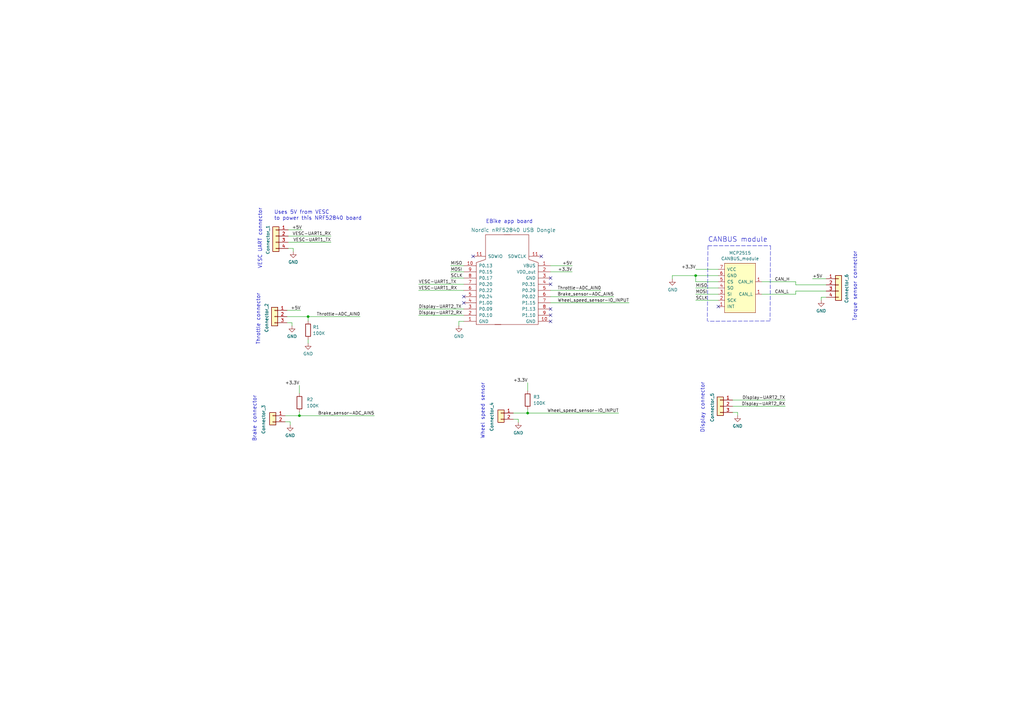
<source format=kicad_sch>
(kicad_sch (version 20211123) (generator eeschema)
  (paper "A3")
  (lib_symbols
    (symbol "Connector_Generic:Conn_01x02" (pin_names (offset 1.016) hide)
      (property "Reference" "J" (at 0 2.54 0))
      (property "Value" "Conn_01x02" (at 0 -5.08 0))
      (symbol "Conn_01x02_1_1"
        (rectangle (start -1.27 -2.413) (end 0 -2.667) (stroke (width 0.1524)))
        (rectangle (start -1.27 0.127) (end 0 -0.127) (stroke (width 0.1524)))
        (rectangle (start -1.27 1.27) (end 1.27 -3.81) (stroke (width 0.254)) (fill (type background)))
        (pin passive line (at -5.08 0 0) (length 3.81) (name "Pin_1") (number "1"))
        (pin passive line (at -5.08 -2.54 0) (length 3.81) (name "Pin_2") (number "2"))
      )
    )
    (symbol "Connector_Generic:Conn_01x03" (pin_names (offset 1.016) hide)
      (property "Reference" "J" (at 0 5.08 0))
      (property "Value" "Conn_01x03" (at 0 -5.08 0))
      (symbol "Conn_01x03_1_1"
        (rectangle (start -1.27 -2.413) (end 0 -2.667) (stroke (width 0.1524)))
        (rectangle (start -1.27 0.127) (end 0 -0.127) (stroke (width 0.1524)))
        (rectangle (start -1.27 2.667) (end 0 2.413) (stroke (width 0.1524)))
        (rectangle (start -1.27 3.81) (end 1.27 -3.81) (stroke (width 0.254)) (fill (type background)))
        (pin passive line (at -5.08 2.54 0) (length 3.81) (name "Pin_1") (number "1"))
        (pin passive line (at -5.08 0 0) (length 3.81) (name "Pin_2") (number "2"))
        (pin passive line (at -5.08 -2.54 0) (length 3.81) (name "Pin_3") (number "3"))
      )
    )
    (symbol "Connector_Generic:Conn_01x04" (pin_names (offset 1.016) hide)
      (property "Reference" "J" (at 0 5.08 0))
      (property "Value" "Conn_01x04" (at 0 -7.62 0))
      (symbol "Conn_01x04_1_1"
        (rectangle (start -1.27 -4.953) (end 0 -5.207) (stroke (width 0.1524)))
        (rectangle (start -1.27 -2.413) (end 0 -2.667) (stroke (width 0.1524)))
        (rectangle (start -1.27 0.127) (end 0 -0.127) (stroke (width 0.1524)))
        (rectangle (start -1.27 2.667) (end 0 2.413) (stroke (width 0.1524)))
        (rectangle (start -1.27 3.81) (end 1.27 -6.35) (stroke (width 0.254)) (fill (type background)))
        (pin passive line (at -5.08 2.54 0) (length 3.81) (name "Pin_1") (number "1"))
        (pin passive line (at -5.08 0 0) (length 3.81) (name "Pin_2") (number "2"))
        (pin passive line (at -5.08 -2.54 0) (length 3.81) (name "Pin_3") (number "3"))
        (pin passive line (at -5.08 -5.08 0) (length 3.81) (name "Pin_4") (number "4"))
      )
    )
    (symbol "Device:R" (pin_numbers hide) (pin_names (offset 0))
      (property "Reference" "R" (at 2.032 0 90))
      (property "Value" "R" (at 0 0 90))
      (symbol "R_0_1"
        (rectangle (start -1.016 -2.54) (end 1.016 2.54) (stroke (width 0.254)))
      )
      (symbol "R_1_1"
        (pin passive line (at 0 3.81 270) (length 1.27) (name "~") (number "1"))
        (pin passive line (at 0 -3.81 90) (length 1.27) (name "~") (number "2"))
      )
    )
    (symbol "power:GND" (power) (pin_names (offset 0))
      (property "Value" "GND" (at 0 -3.81 0))
      (symbol "GND_0_1"
        (polyline (pts (xy 0 0) (xy 0 -1.27) (xy 1.27 -1.27) (xy 0 -2.54) (xy -1.27 -1.27) (xy 0 -1.27)))
      )
      (symbol "GND_1_1"
        (pin power_in line (at 0 0 270) (length 0) hide (name "GND") (number "1"))
      )
    )
    (symbol "schematic-OLED_SPI-Bafang_M500_M600-rescue:CANBUS_module-canbus_module_mcp2515" (pin_names (offset 1.016))
      (property "Reference" "MCP2515" (at -11.43 0 90))
      (property "Value" "CANBUS_module-canbus_module_mcp2515" (at -13.97 0 90))
      (symbol "CANBUS_module-canbus_module_mcp2515_0_1"
        (rectangle (start -10.16 6.35) (end 10.16 -6.35) (fill (type background)))
      )
      (symbol "CANBUS_module-canbus_module_mcp2515_1_1"
        (pin input line (at 2.54 -8.89 90) (length 2.54) (name "CAN_H") (number "1"))
        (pin input line (at -2.54 -8.89 90) (length 2.54) (name "CAN_L") (number "1"))
        (pin input line (at -7.62 8.89 270) (length 2.54) (name "INT") (number "1"))
        (pin input line (at -5.08 8.89 270) (length 2.54) (name "SCK") (number "2"))
        (pin input line (at -2.54 8.89 270) (length 2.54) (name "SI") (number "3"))
        (pin input line (at 0 8.89 270) (length 2.54) (name "SO") (number "4"))
        (pin input line (at 2.54 8.89 270) (length 2.54) (name "CS") (number "5"))
        (pin input line (at 5.08 8.89 270) (length 2.54) (name "GND") (number "6"))
        (pin input line (at 7.62 8.89 270) (length 2.54) (name "VCC") (number "7"))
      )
    )
    (symbol "schematic-OLED_SPI-Bafang_M500_M600-rescue:Nordic_nRF52840_USB_Dongle-Wired_remote" (pin_names (offset 1.016))
      (property "Reference" "U" (at -3.81 -2.54 0))
      (property "Value" "Nordic_nRF52840_USB_Dongle-Wired_remote" (at -1.27 -17.78 0))
      (symbol "Nordic_nRF52840_USB_Dongle-Wired_remote_0_1"
        (polyline (pts (xy -12.7 -15.24) (xy -2.54 -15.24)))
        (polyline (pts (xy -12.7 -15.24) (xy -12.7 10.16) (xy -8.89 11.43) (xy -8.89 21.59) (xy 1.27 21.59)))
        (polyline (pts (xy -5.08 -15.24) (xy 12.7 -15.24) (xy 12.7 10.16) (xy 8.89 11.43) (xy 8.89 21.59) (xy -1.27 21.59)))
      )
      (symbol "Nordic_nRF52840_USB_Dongle-Wired_remote_1_1"
        (pin bidirectional line (at -17.78 -13.97 0) (length 5.08) (name "GND") (number "1"))
        (pin power_out line (at 17.78 8.89 180) (length 5.08) (name "VBUS") (number "1"))
        (pin bidirectional line (at 17.78 -13.97 180) (length 5.08) (name "GND") (number "10"))
        (pin power_in line (at -17.78 8.89 0) (length 5.08) (name "P0.13") (number "10"))
        (pin input line (at 13.97 12.7 180) (length 5.0038) (name "SDWCLK") (number "11"))
        (pin input line (at -13.97 12.7 0) (length 5.08) (name "SDWIO") (number "11"))
        (pin bidirectional line (at -17.78 -11.43 0) (length 5.08) (name "P0.10") (number "2"))
        (pin input line (at 17.78 6.35 180) (length 5.08) (name "VDD_out") (number "2"))
        (pin input line (at 17.78 3.81 180) (length 5.08) (name "GND") (number "3"))
        (pin bidirectional line (at -17.78 -8.89 0) (length 5.08) (name "P0.09") (number "3"))
        (pin bidirectional line (at 17.78 1.27 180) (length 5.08) (name "P0.31") (number "4"))
        (pin bidirectional line (at -17.78 -6.35 0) (length 5.08) (name "P1.00") (number "4"))
        (pin bidirectional line (at -17.78 -3.81 0) (length 5.08) (name "P0.24") (number "5"))
        (pin bidirectional line (at 17.78 -1.27 180) (length 5.08) (name "P0.29") (number "5"))
        (pin bidirectional line (at 17.78 -3.81 180) (length 5.08) (name "P0.02") (number "6"))
        (pin bidirectional line (at -17.78 -1.27 0) (length 5.08) (name "P0.22") (number "6"))
        (pin bidirectional line (at -17.78 1.27 0) (length 5.08) (name "P0.20") (number "7"))
        (pin bidirectional line (at 17.78 -6.35 180) (length 5.08) (name "P1.15") (number "7"))
        (pin power_in line (at -17.78 3.81 0) (length 5.08) (name "P0.17") (number "8"))
        (pin bidirectional line (at 17.78 -8.89 180) (length 5.08) (name "P1.13") (number "8"))
        (pin power_in line (at -17.78 6.35 0) (length 5.08) (name "P0.15") (number "9"))
        (pin bidirectional line (at 17.78 -11.43 180) (length 5.08) (name "P1.10") (number "9"))
      )
    )
  )
  (junction (at 285.3182 113.03))
  (junction (at 126.365 129.8448))
  (junction (at 216.408 169.418))
  (junction (at 122.809 170.4848))
  (no_connect (at 190.246 121.666))
  (no_connect (at 221.996 105.156))
  (no_connect (at 294.64 125.73))
  (no_connect (at 194.056 105.156))
  (no_connect (at 225.806 114.046))
  (no_connect (at 225.806 129.286))
  (no_connect (at 225.806 131.826))
  (no_connect (at 225.806 126.746))
  (no_connect (at 225.806 116.586))
  (no_connect (at 190.246 124.206))
  (wire (pts (xy 210.566 169.418) (xy 216.408 169.418)))
  (wire (pts (xy 171.6786 119.126) (xy 190.246 119.126)))
  (wire (pts (xy 216.408 169.418) (xy 216.408 167.894)))
  (wire (pts (xy 275.7678 113.03) (xy 285.3182 113.03)))
  (wire (pts (xy 336.804 121.92) (xy 336.804 123.19)))
  (wire (pts (xy 294.64 120.65) (xy 285.3436 120.65)))
  (wire (pts (xy 285.3182 113.03) (xy 294.64 113.03)))
  (polyline (pts (xy 290.3728 100.7872) (xy 290.1188 131.699)))
  (wire (pts (xy 126.365 129.8448) (xy 147.701 129.8448)))
  (wire (pts (xy 225.806 121.666) (xy 251.7648 121.666)))
  (wire (pts (xy 326.39 119.38) (xy 326.39 120.65)))
  (wire (pts (xy 210.566 171.958) (xy 212.598 171.958)))
  (wire (pts (xy 118.237 96.8248) (xy 135.763 96.8248)))
  (wire (pts (xy 190.246 131.826) (xy 188.214 131.826)))
  (wire (pts (xy 117.729 132.3848) (xy 119.761 132.3848)))
  (wire (pts (xy 300.482 164.084) (xy 322.072 164.084)))
  (wire (pts (xy 285.3182 115.57) (xy 285.3182 113.03)))
  (wire (pts (xy 190.246 108.966) (xy 184.8104 108.966)))
  (wire (pts (xy 338.836 121.92) (xy 336.804 121.92)))
  (wire (pts (xy 171.704 126.746) (xy 190.246 126.746)))
  (wire (pts (xy 225.806 111.506) (xy 234.696 111.506)))
  (polyline (pts (xy 290.3728 100.7872) (xy 316.0268 100.7872)))
  (wire (pts (xy 122.809 170.4848) (xy 122.809 168.9608)))
  (wire (pts (xy 212.598 171.958) (xy 212.598 173.228)))
  (wire (pts (xy 225.806 119.126) (xy 246.5324 119.126)))
  (wire (pts (xy 326.39 119.38) (xy 338.836 119.38)))
  (wire (pts (xy 275.7678 113.03) (xy 275.7678 114.4524)))
  (wire (pts (xy 216.408 156.972) (xy 216.408 160.274)))
  (wire (pts (xy 190.246 114.046) (xy 184.8104 114.046)))
  (wire (pts (xy 122.809 170.4848) (xy 153.543 170.4848)))
  (wire (pts (xy 118.237 94.2848) (xy 123.825 94.2848)))
  (wire (pts (xy 118.999 173.0248) (xy 118.999 174.2948)))
  (wire (pts (xy 300.482 166.624) (xy 322.072 166.624)))
  (wire (pts (xy 126.365 139.2428) (xy 126.365 140.7668)))
  (wire (pts (xy 300.482 169.164) (xy 302.514 169.164)))
  (wire (pts (xy 302.514 169.164) (xy 302.514 170.434)))
  (wire (pts (xy 116.967 170.4848) (xy 122.809 170.4848)))
  (wire (pts (xy 294.64 123.19) (xy 285.3436 123.19)))
  (wire (pts (xy 171.6786 129.286) (xy 190.246 129.286)))
  (wire (pts (xy 225.806 108.966) (xy 234.696 108.966)))
  (wire (pts (xy 294.64 118.11) (xy 285.3436 118.11)))
  (wire (pts (xy 119.761 132.3848) (xy 119.761 133.6548)))
  (wire (pts (xy 116.967 173.0248) (xy 118.999 173.0248)))
  (wire (pts (xy 294.64 110.49) (xy 285.3436 110.49)))
  (polyline (pts (xy 315.849 131.6482) (xy 290.4236 131.7244)))
  (wire (pts (xy 338.836 116.84) (xy 326.39 116.84)))
  (wire (pts (xy 190.246 111.506) (xy 184.8104 111.506)))
  (wire (pts (xy 216.408 169.418) (xy 253.746 169.418)))
  (wire (pts (xy 120.269 101.9048) (xy 120.269 103.1748)))
  (wire (pts (xy 338.836 114.3) (xy 333.248 114.3)))
  (wire (pts (xy 326.39 115.57) (xy 326.39 116.84)))
  (wire (pts (xy 117.729 127.3048) (xy 123.317 127.3048)))
  (wire (pts (xy 118.237 99.3648) (xy 135.763 99.3648)))
  (wire (pts (xy 225.806 124.206) (xy 258.0132 124.206)))
  (wire (pts (xy 285.3182 115.57) (xy 294.64 115.57)))
  (wire (pts (xy 312.42 115.57) (xy 326.39 115.57)))
  (polyline (pts (xy 316.0268 100.7872) (xy 315.8236 131.2926)))
  (wire (pts (xy 312.42 120.65) (xy 326.39 120.65)))
  (wire (pts (xy 122.809 158.0388) (xy 122.809 161.3408)))
  (wire (pts (xy 118.237 101.9048) (xy 120.269 101.9048)))
  (wire (pts (xy 126.365 129.8448) (xy 126.365 131.6228)))
  (wire (pts (xy 171.704 116.586) (xy 190.246 116.586)))
  (wire (pts (xy 188.214 131.826) (xy 188.214 133.604)))
  (wire (pts (xy 117.729 129.8448) (xy 126.365 129.8448)))
  (text "Wheel speed sensor" (at 198.882 180.086 90) (effects (font (size 1.524 1.524)) (justify left bottom)))
  (text "CANBUS module" (at 290.3728 99.5172 0) (effects (font (size 2.0066 2.0066)) (justify left bottom)))
  (text "EBike app board" (at 199.263 91.821 0) (effects (font (size 1.524 1.524)) (justify left bottom)))
  (text "Torque sensor connector" (at 351.536 131.826 90) (effects (font (size 1.524 1.524)) (justify left bottom)))
  (text "Display connector" (at 289.052 177.546 90) (effects (font (size 1.524 1.524)) (justify left bottom)))
  (text "VESC UART connector" (at 107.569 110.2868 90) (effects (font (size 1.524 1.524)) (justify left bottom)))
  (text "Brake connector" (at 105.283 181.1528 90) (effects (font (size 1.524 1.524)) (justify left bottom)))
  (text "Uses 5V from VESC\nto power this NRF52840 board" (at 112.395 90.4748 0) (effects (font (size 1.524 1.524)) (justify left bottom)))
  (text "Throttle connector" (at 106.807 141.5288 90) (effects (font (size 1.524 1.524)) (justify left bottom)))
  (label "Wheel_speed_sensor-IO_INPUT" (at 253.746 169.418 180))
  (label "VESC-UART1_TX" (at 135.763 99.3648 180))
  (label "MOSI" (at 285.3436 120.65 0))
  (label "CAN_L" (at 317.754 120.65 0))
  (label "Display-UART2_TX" (at 171.704 126.746 0))
  (label "Brake_sensor-ADC_AIN5" (at 251.7648 121.666 180))
  (label "+5V" (at 333.248 114.3 0))
  (label "SCLK" (at 184.8104 114.046 0))
  (label "MISO" (at 285.3436 118.11 0))
  (label "VESC-UART1_RX" (at 171.6786 119.126 0))
  (label "+5V" (at 123.825 94.2848 180))
  (label "+3.3V" (at 285.3436 110.49 180))
  (label "MISO" (at 184.8104 108.966 0))
  (label "MOSI" (at 184.8104 111.506 0))
  (label "CAN_H" (at 317.754 115.57 0))
  (label "Display-UART2_RX" (at 171.6786 129.286 0))
  (label "VESC-UART1_RX" (at 135.763 96.8248 180))
  (label "+5V" (at 123.317 127.3048 180))
  (label "+3.3V" (at 234.696 111.506 180))
  (label "+3.3V" (at 216.408 156.972 180))
  (label "VESC-UART1_TX" (at 171.704 116.586 0))
  (label "Wheel_speed_sensor-IO_INPUT" (at 258.0132 124.206 180))
  (label "Throttle-ADC_AIN0" (at 246.5324 119.126 180))
  (label "+3.3V" (at 122.809 158.0388 180))
  (label "Display-UART2_TX" (at 322.072 164.084 180))
  (label "Display-UART2_RX" (at 322.072 166.624 180))
  (label "+5V" (at 234.696 108.966 180))
  (label "SCLK" (at 285.3436 123.19 0))
  (label "Brake_sensor-ADC_AIN5" (at 153.543 170.4848 180))
  (label "Throttle-ADC_AIN0" (at 147.701 129.8448 180))
  (symbol (lib_id "schematic-OLED_SPI-Bafang_M500_M600-rescue:Nordic_nRF52840_USB_Dongle-Wired_remote") (at 208.026 117.856 0) (unit 1)
    (property "Reference" "U2" (effects hide))
    (property "Value" "Nordic nRF52840 USB Dongle" (at 210.566 94.361 0) (effects (font (size 1.524 1.524))))
  )
  (symbol (lib_id "power:GND") (at 188.214 133.604 0) (unit 1)
    (property "Reference" "#PWR03" (effects hide))
    (property "Value" "GND" (at 188.214 137.922 0))
  )
  (symbol (lib_id "schematic-OLED_SPI-Bafang_M500_M600-rescue:CANBUS_module-canbus_module_mcp2515") (at 303.53 118.11 90) (unit 1)
    (property "Reference" "MCP2515" (at 303.53 103.759 90))
    (property "Value" "CANBUS_module" (at 303.53 106.0704 90))
  )
  (symbol (lib_id "power:GND") (at 275.7678 114.4524 0) (unit 1)
    (property "Reference" "#PWR04" (effects hide))
    (property "Value" "GND" (at 275.8948 118.8466 0))
  )
  (symbol (lib_id "Connector_Generic:Conn_01x03") (at 295.402 166.624 0) (mirror y) (unit 1)
    (property "Reference" "J5" (effects hide))
    (property "Value" "Connector_5" (at 292.1 167.132 90))
  )
  (symbol (lib_id "Connector_Generic:Conn_01x02") (at 205.486 169.418 0) (mirror y) (unit 1)
    (property "Reference" "J4" (effects hide))
    (property "Value" "Connector_4" (at 201.676 170.942 90))
  )
  (symbol (lib_id "power:GND") (at 126.365 140.7668 0) (unit 1)
    (property "Reference" "#PWR06" (effects hide))
    (property "Value" "GND" (at 126.365 145.0848 0))
  )
  (symbol (lib_id "Connector_Generic:Conn_01x04") (at 113.157 96.8248 0) (mirror y) (unit 1)
    (property "Reference" "J3" (effects hide))
    (property "Value" "Connector_1" (at 109.855 98.3488 90))
  )
  (symbol (lib_id "power:GND") (at 118.999 174.2948 0) (unit 1)
    (property "Reference" "#PWR01" (effects hide))
    (property "Value" "GND" (at 118.999 178.6128 0))
  )
  (symbol (lib_id "Connector_Generic:Conn_01x04") (at 343.916 116.84 0) (unit 1)
    (property "Reference" "J6" (effects hide))
    (property "Value" "Connector_6" (at 347.218 118.364 90))
  )
  (symbol (lib_id "power:GND") (at 120.269 103.1748 0) (unit 1)
    (property "Reference" "#PWR05" (effects hide))
    (property "Value" "GND" (at 120.269 107.4928 0))
  )
  (symbol (lib_id "power:GND") (at 119.761 133.6548 0) (unit 1)
    (property "Reference" "#PWR02" (effects hide))
    (property "Value" "GND" (at 119.761 137.9728 0))
  )
  (symbol (lib_id "Connector_Generic:Conn_01x03") (at 112.649 129.8448 0) (mirror y) (unit 1)
    (property "Reference" "J2" (effects hide))
    (property "Value" "Connector_2" (at 109.347 130.3528 90))
  )
  (symbol (lib_id "Device:R") (at 122.809 165.1508 0) (unit 1)
    (property "Reference" "R2" (at 125.73 163.8807 0) (effects (justify left)))
    (property "Value" "100K" (at 125.73 166.4207 0) (effects (justify left)))
  )
  (symbol (lib_id "Connector_Generic:Conn_01x02") (at 111.887 170.4848 0) (mirror y) (unit 1)
    (property "Reference" "J1" (effects hide))
    (property "Value" "Connector_3" (at 108.077 172.0088 90))
  )
  (symbol (lib_id "power:GND") (at 302.514 170.434 0) (unit 1)
    (property "Reference" "#PWR08" (effects hide))
    (property "Value" "GND" (at 302.514 174.752 0))
  )
  (symbol (lib_id "Device:R") (at 126.365 135.4328 0) (unit 1)
    (property "Reference" "R1" (at 128.27 134.1627 0) (effects (justify left)))
    (property "Value" "100K" (at 128.27 136.7027 0) (effects (justify left)))
  )
  (symbol (lib_id "power:GND") (at 212.598 173.228 0) (unit 1)
    (property "Reference" "#PWR07" (effects hide))
    (property "Value" "GND" (at 212.598 177.546 0))
  )
  (symbol (lib_id "Device:R") (at 216.408 164.084 0) (unit 1)
    (property "Reference" "R3" (at 218.694 162.8139 0) (effects (justify left)))
    (property "Value" "100K" (at 218.694 165.3539 0) (effects (justify left)))
  )
  (symbol (lib_id "power:GND") (at 336.804 123.19 0) (mirror y) (unit 1)
    (property "Reference" "#PWR09" (effects hide))
    (property "Value" "GND" (at 336.804 127.508 0))
  )
)
</source>
